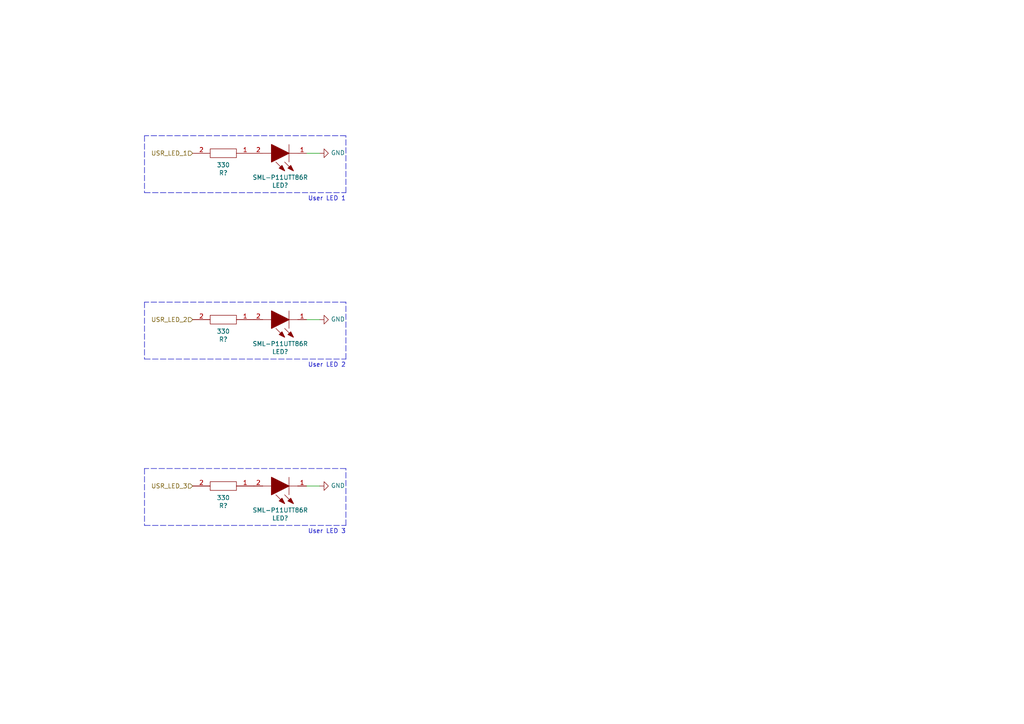
<source format=kicad_sch>
(kicad_sch (version 20211123) (generator eeschema)
  (paper "A4")
  (lib_symbols
    (symbol "OBC_IC:SML-P11UTT86R" (pin_names (offset 0.762))
      (property "Reference" "LED" (at 12.7 8.89 0))
      (property "Value" "SML-P11UTT86R" (at 12.7 6.35 0))
      (symbol "SML-P11UTT86R_0_0"
        (pin passive line (at 0 0 0) (length 2.54) (name "~") (number "1"))
        (pin passive line (at 15.24 0 180) (length 2.54) (name "~") (number "2"))
      )
      (symbol "SML-P11UTT86R_0_1"
        (polyline (pts (xy 2.54 0) (xy 5.08 0)) (stroke (width 0.1524)))
        (polyline (pts (xy 5.08 2.54) (xy 5.08 -2.54)) (stroke (width 0.1524)))
        (polyline (pts (xy 6.35 2.54) (xy 3.81 5.08)) (stroke (width 0.1524)))
        (polyline (pts (xy 8.89 2.54) (xy 6.35 5.08)) (stroke (width 0.1524)))
        (polyline (pts (xy 10.16 0) (xy 12.7 0)) (stroke (width 0.1524)))
        (polyline (pts (xy 5.08 0) (xy 10.16 2.54) (xy 10.16 -2.54) (xy 5.08 0)) (stroke (width 0.254)) (fill (type outline)))
        (polyline (pts (xy 5.334 4.318) (xy 4.572 3.556) (xy 3.81 5.08) (xy 5.334 4.318)) (stroke (width 0.254)) (fill (type outline)))
        (polyline (pts (xy 7.874 4.318) (xy 7.112 3.556) (xy 6.35 5.08) (xy 7.874 4.318)) (stroke (width 0.254)) (fill (type outline)))
      )
    )
    (symbol "OBC_PASSIVE:ERA-2ARB331X" (pin_names (offset 0.762))
      (property "Reference" "R" (at 13.97 6.35 0))
      (property "Value" "ERA-2ARB331X" (at 13.97 3.81 0))
      (symbol "ERA-2ARB331X_0_0"
        (pin passive line (at 0 0 0) (length 5.08) (name "~") (number "1"))
        (pin passive line (at 17.78 0 180) (length 5.08) (name "~") (number "2"))
      )
      (symbol "ERA-2ARB331X_0_1"
        (polyline (pts (xy 5.08 1.27) (xy 12.7 1.27) (xy 12.7 -1.27) (xy 5.08 -1.27) (xy 5.08 1.27)) (stroke (width 0.1524)))
      )
    )
    (symbol "power:GND" (power) (pin_names (offset 0))
      (property "Value" "GND" (at 0 -3.81 0))
      (symbol "GND_0_1"
        (polyline (pts (xy 0 0) (xy 0 -1.27) (xy 1.27 -1.27) (xy 0 -2.54) (xy -1.27 -1.27) (xy 0 -1.27)))
      )
      (symbol "GND_1_1"
        (pin power_in line (at 0 0 270) (length 0) hide (name "GND") (number "1"))
      )
    )
  )
  (wire (pts (xy 92.71 44.45) (xy 88.9 44.45)))
  (polyline (pts (xy 41.91 55.88) (xy 100.33 55.88)))
  (polyline (pts (xy 100.33 135.89) (xy 41.91 135.89)))
  (polyline (pts (xy 100.33 87.63) (xy 41.91 87.63)))
  (polyline (pts (xy 100.33 152.4) (xy 100.33 135.89)))
  (polyline (pts (xy 41.91 39.37) (xy 41.91 55.88)))
  (polyline (pts (xy 100.33 104.14) (xy 100.33 87.63)))
  (polyline (pts (xy 41.91 104.14) (xy 100.33 104.14)))
  (polyline (pts (xy 100.33 39.37) (xy 41.91 39.37)))
  (polyline (pts (xy 41.91 152.4) (xy 100.33 152.4)))
  (polyline (pts (xy 100.33 55.88) (xy 100.33 39.37)))
  (wire (pts (xy 92.71 140.97) (xy 88.9 140.97)))
  (polyline (pts (xy 41.91 135.89) (xy 41.91 152.4)))
  (polyline (pts (xy 41.91 87.63) (xy 41.91 104.14)))
  (wire (pts (xy 92.71 92.71) (xy 88.9 92.71)))
  (text "User LED 1" (at 100.33 58.42 180) (effects (font (size 1.27 1.27)) (justify right bottom)))
  (text "User LED 2" (at 100.33 106.68 180) (effects (font (size 1.27 1.27)) (justify right bottom)))
  (text "User LED 3\n" (at 100.33 154.94 180) (effects (font (size 1.27 1.27)) (justify right bottom)))
  (hierarchical_label "USR_LED_1" (shape input) (at 55.88 44.45 180))
  (hierarchical_label "USR_LED_2" (shape input) (at 55.88 92.71 180))
  (hierarchical_label "USR_LED_3" (shape input) (at 55.88 140.97 180))
  (symbol (lib_id "OBC_IC:SML-P11UTT86R") (at 88.9 44.45 180) (unit 1)
    (property "Reference" "LED?" (at 81.28 53.7718 0))
    (property "Value" "SML-P11UTT86R" (at 81.28 51.4604 0))
    (property "Footprint" "OBC_IC:SML-P11UTT86R" (effects hide))
    (property "Datasheet" "https://www.rohm.com/datasheet/SML-P11UT(R)/sml-p11-e" (effects hide))
    (property "Description" "PICOLED-eco series: ROHM\\'s PICOLED-Using its second-to-none merits from ultra-small & ultra-thin configuration,ultra-fine LED matrices beyond common sense can be made, boosting the level of expression ultimately. Also, this device is indispensable for future design-in for whatever application requiring downsizing." (effects hide))
    (property "Height" "0.25" (effects hide))
    (property "Manufacturer_Name" "ROHM Semiconductor" (effects hide))
    (property "Manufacturer_Part_Number" "SML-P11UTT86R" (effects hide))
    (property "Mouser Part Number" "755-SML-P11UTT86R" (effects hide))
    (property "Mouser Price/Stock" "https://www.mouser.co.uk/ProductDetail/ROHM-Semiconductor/SML-P11UTT86R/?qs=Ei%2Fnxee9QYhZCfOujmGTCA%3D%3D" (effects hide))
  )
  (symbol (lib_id "power:GND") (at 92.71 92.71 90) (unit 1)
    (property "Reference" "#PWR?" (effects hide))
    (property "Value" "GND" (at 95.9612 92.583 90) (effects (justify right)))
  )
  (symbol (lib_id "OBC_IC:SML-P11UTT86R") (at 88.9 92.71 180) (unit 1)
    (property "Reference" "LED?" (at 81.28 102.0318 0))
    (property "Value" "SML-P11UTT86R" (at 81.28 99.7204 0))
    (property "Footprint" "OBC_IC:SML-P11UTT86R" (effects hide))
    (property "Datasheet" "https://www.rohm.com/datasheet/SML-P11UT(R)/sml-p11-e" (effects hide))
    (property "Description" "PICOLED-eco series: ROHM\\'s PICOLED-Using its second-to-none merits from ultra-small & ultra-thin configuration,ultra-fine LED matrices beyond common sense can be made, boosting the level of expression ultimately. Also, this device is indispensable for future design-in for whatever application requiring downsizing." (effects hide))
    (property "Height" "0.25" (effects hide))
    (property "Manufacturer_Name" "ROHM Semiconductor" (effects hide))
    (property "Manufacturer_Part_Number" "SML-P11UTT86R" (effects hide))
    (property "Mouser Part Number" "755-SML-P11UTT86R" (effects hide))
    (property "Mouser Price/Stock" "https://www.mouser.co.uk/ProductDetail/ROHM-Semiconductor/SML-P11UTT86R/?qs=Ei%2Fnxee9QYhZCfOujmGTCA%3D%3D" (effects hide))
  )
  (symbol (lib_id "OBC_IC:SML-P11UTT86R") (at 88.9 140.97 180) (unit 1)
    (property "Reference" "LED?" (at 81.28 150.2918 0))
    (property "Value" "SML-P11UTT86R" (at 81.28 147.9804 0))
    (property "Footprint" "OBC_IC:SML-P11UTT86R" (effects hide))
    (property "Datasheet" "https://www.rohm.com/datasheet/SML-P11UT(R)/sml-p11-e" (effects hide))
    (property "Description" "PICOLED-eco series: ROHM\\'s PICOLED-Using its second-to-none merits from ultra-small & ultra-thin configuration,ultra-fine LED matrices beyond common sense can be made, boosting the level of expression ultimately. Also, this device is indispensable for future design-in for whatever application requiring downsizing." (effects hide))
    (property "Height" "0.25" (effects hide))
    (property "Manufacturer_Name" "ROHM Semiconductor" (effects hide))
    (property "Manufacturer_Part_Number" "SML-P11UTT86R" (effects hide))
    (property "Mouser Part Number" "755-SML-P11UTT86R" (effects hide))
    (property "Mouser Price/Stock" "https://www.mouser.co.uk/ProductDetail/ROHM-Semiconductor/SML-P11UTT86R/?qs=Ei%2Fnxee9QYhZCfOujmGTCA%3D%3D" (effects hide))
  )
  (symbol (lib_id "OBC_PASSIVE:ERA-2ARB331X") (at 73.66 92.71 180) (unit 1)
    (property "Reference" "R?" (at 64.77 98.425 0))
    (property "Value" "330" (at 64.77 96.1136 0))
    (property "Footprint" "Resistor_SMD:R_0402_1005Metric" (effects hide))
    (property "Datasheet" "https://componentsearchengine.com/Datasheets/1/ERA-2ARB331X.pdf" (effects hide))
    (property "Description" "Res Thin Film 0402 330 Ohm 0.1% 0.063W(1/16W) +/-10ppm/C Pad SMD Automotive T/R" (effects hide))
    (property "Height" "0.4" (effects hide))
    (property "Mouser Part Number" "667-ERA-2ARB331X" (effects hide))
    (property "Mouser Price/Stock" "https://www.mouser.com/Search/Refine.aspx?Keyword=667-ERA-2ARB331X" (effects hide))
    (property "Manufacturer_Name" "Panasonic" (effects hide))
    (property "Manufacturer_Part_Number" "ERA-2ARB331X" (effects hide))
  )
  (symbol (lib_id "power:GND") (at 92.71 44.45 90) (unit 1)
    (property "Reference" "#PWR?" (effects hide))
    (property "Value" "GND" (at 95.9612 44.323 90) (effects (justify right)))
  )
  (symbol (lib_id "power:GND") (at 92.71 140.97 90) (unit 1)
    (property "Reference" "#PWR?" (effects hide))
    (property "Value" "GND" (at 95.9612 140.843 90) (effects (justify right)))
  )
  (symbol (lib_id "OBC_PASSIVE:ERA-2ARB331X") (at 73.66 44.45 180) (unit 1)
    (property "Reference" "R?" (at 64.77 50.165 0))
    (property "Value" "330" (at 64.77 47.8536 0))
    (property "Footprint" "Resistor_SMD:R_0402_1005Metric" (effects hide))
    (property "Datasheet" "https://componentsearchengine.com/Datasheets/1/ERA-2ARB331X.pdf" (effects hide))
    (property "Description" "Res Thin Film 0402 330 Ohm 0.1% 0.063W(1/16W) +/-10ppm/C Pad SMD Automotive T/R" (effects hide))
    (property "Height" "0.4" (effects hide))
    (property "Mouser Part Number" "667-ERA-2ARB331X" (effects hide))
    (property "Mouser Price/Stock" "https://www.mouser.com/Search/Refine.aspx?Keyword=667-ERA-2ARB331X" (effects hide))
    (property "Manufacturer_Name" "Panasonic" (effects hide))
    (property "Manufacturer_Part_Number" "ERA-2ARB331X" (effects hide))
  )
  (symbol (lib_id "OBC_PASSIVE:ERA-2ARB331X") (at 73.66 140.97 180) (unit 1)
    (property "Reference" "R?" (at 64.77 146.685 0))
    (property "Value" "330" (at 64.77 144.3736 0))
    (property "Footprint" "Resistor_SMD:R_0402_1005Metric" (effects hide))
    (property "Datasheet" "https://componentsearchengine.com/Datasheets/1/ERA-2ARB331X.pdf" (effects hide))
    (property "Description" "Res Thin Film 0402 330 Ohm 0.1% 0.063W(1/16W) +/-10ppm/C Pad SMD Automotive T/R" (effects hide))
    (property "Height" "0.4" (effects hide))
    (property "Mouser Part Number" "667-ERA-2ARB331X" (effects hide))
    (property "Mouser Price/Stock" "https://www.mouser.com/Search/Refine.aspx?Keyword=667-ERA-2ARB331X" (effects hide))
    (property "Manufacturer_Name" "Panasonic" (effects hide))
    (property "Manufacturer_Part_Number" "ERA-2ARB331X" (effects hide))
  )
)
</source>
